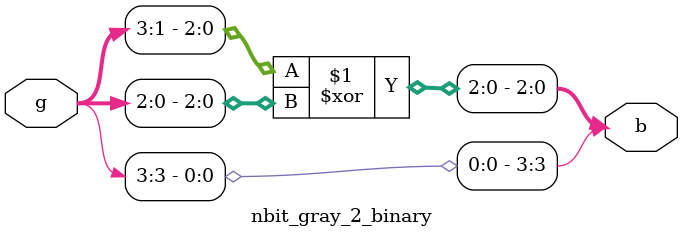
<source format=v>
module nbit_gray_2_binary #(parameter n=4)(output [n-1:0]b,input [n-1:0]g);
	assign b = {g[n-1],g[n-1:1]^g[n-2:0]};
endmodule

</source>
